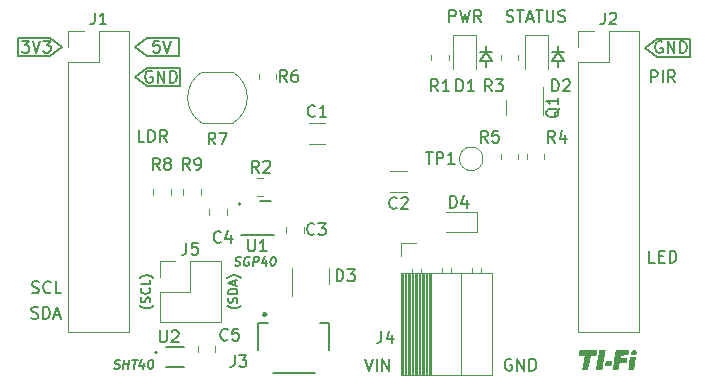
<source format=gbr>
%TF.GenerationSoftware,KiCad,Pcbnew,(6.0.7)*%
%TF.CreationDate,2022-11-02T22:50:05-04:00*%
%TF.ProjectId,tifi_daughterboard,74696669-5f64-4617-9567-68746572626f,1*%
%TF.SameCoordinates,Original*%
%TF.FileFunction,Legend,Top*%
%TF.FilePolarity,Positive*%
%FSLAX46Y46*%
G04 Gerber Fmt 4.6, Leading zero omitted, Abs format (unit mm)*
G04 Created by KiCad (PCBNEW (6.0.7)) date 2022-11-02 22:50:05*
%MOMM*%
%LPD*%
G01*
G04 APERTURE LIST*
%ADD10C,0.150000*%
%ADD11C,0.127000*%
%ADD12C,0.152400*%
%ADD13C,0.120000*%
%ADD14C,0.170000*%
%ADD15C,0.300000*%
%ADD16C,0.200000*%
G04 APERTURE END LIST*
D10*
X162077400Y-74142600D02*
X161569400Y-74853800D01*
X155981400Y-74853800D02*
X155981400Y-75361800D01*
X155981400Y-74142600D02*
X155473400Y-74142600D01*
X155473400Y-74853800D02*
X156489400Y-74853800D01*
D11*
X120091200Y-73660000D02*
X119075200Y-74422000D01*
X116332000Y-74422000D01*
X116332000Y-72898000D01*
X119075200Y-72898000D01*
X120091200Y-73660000D01*
D10*
X155981400Y-74142600D02*
X156514800Y-74142600D01*
X162077400Y-74853800D02*
X162077400Y-75361800D01*
X155981400Y-74142600D02*
X155473400Y-74853800D01*
D11*
X173228000Y-74498200D02*
X170484800Y-74498200D01*
X169468800Y-73736200D01*
X170484800Y-72974200D01*
X173228000Y-72974200D01*
X173228000Y-74498200D01*
X130048000Y-76962000D02*
X127304800Y-76962000D01*
X126288800Y-76200000D01*
X127304800Y-75438000D01*
X130048000Y-75438000D01*
X130048000Y-76962000D01*
D10*
X162077400Y-74142600D02*
X162610800Y-74142600D01*
X162077400Y-74142600D02*
X161569400Y-74142600D01*
X156489400Y-74853800D02*
X155981400Y-74142600D01*
D11*
X129997200Y-74422000D02*
X127304800Y-74422000D01*
X126288800Y-73660000D01*
X127304800Y-72898000D01*
X129997200Y-72898000D01*
X129997200Y-74422000D01*
D10*
X162077400Y-74142600D02*
X162077400Y-73634600D01*
X161569400Y-74853800D02*
X162585400Y-74853800D01*
X155981400Y-74142600D02*
X155981400Y-73634600D01*
X162585400Y-74853800D02*
X162077400Y-74142600D01*
X158140495Y-100134800D02*
X158045257Y-100087180D01*
X157902400Y-100087180D01*
X157759542Y-100134800D01*
X157664304Y-100230038D01*
X157616685Y-100325276D01*
X157569066Y-100515752D01*
X157569066Y-100658609D01*
X157616685Y-100849085D01*
X157664304Y-100944323D01*
X157759542Y-101039561D01*
X157902400Y-101087180D01*
X157997638Y-101087180D01*
X158140495Y-101039561D01*
X158188114Y-100991942D01*
X158188114Y-100658609D01*
X157997638Y-100658609D01*
X158616685Y-101087180D02*
X158616685Y-100087180D01*
X159188114Y-101087180D01*
X159188114Y-100087180D01*
X159664304Y-101087180D02*
X159664304Y-100087180D01*
X159902400Y-100087180D01*
X160045257Y-100134800D01*
X160140495Y-100230038D01*
X160188114Y-100325276D01*
X160235733Y-100515752D01*
X160235733Y-100658609D01*
X160188114Y-100849085D01*
X160140495Y-100944323D01*
X160045257Y-101039561D01*
X159902400Y-101087180D01*
X159664304Y-101087180D01*
X127711295Y-75750800D02*
X127616057Y-75703180D01*
X127473200Y-75703180D01*
X127330342Y-75750800D01*
X127235104Y-75846038D01*
X127187485Y-75941276D01*
X127139866Y-76131752D01*
X127139866Y-76274609D01*
X127187485Y-76465085D01*
X127235104Y-76560323D01*
X127330342Y-76655561D01*
X127473200Y-76703180D01*
X127568438Y-76703180D01*
X127711295Y-76655561D01*
X127758914Y-76607942D01*
X127758914Y-76274609D01*
X127568438Y-76274609D01*
X128187485Y-76703180D02*
X128187485Y-75703180D01*
X128758914Y-76703180D01*
X128758914Y-75703180D01*
X129235104Y-76703180D02*
X129235104Y-75703180D01*
X129473200Y-75703180D01*
X129616057Y-75750800D01*
X129711295Y-75846038D01*
X129758914Y-75941276D01*
X129806533Y-76131752D01*
X129806533Y-76274609D01*
X129758914Y-76465085D01*
X129711295Y-76560323D01*
X129616057Y-76655561D01*
X129473200Y-76703180D01*
X129235104Y-76703180D01*
X169942000Y-76677780D02*
X169942000Y-75677780D01*
X170322952Y-75677780D01*
X170418190Y-75725400D01*
X170465809Y-75773019D01*
X170513428Y-75868257D01*
X170513428Y-76011114D01*
X170465809Y-76106352D01*
X170418190Y-76153971D01*
X170322952Y-76201590D01*
X169942000Y-76201590D01*
X170942000Y-76677780D02*
X170942000Y-75677780D01*
X171989619Y-76677780D02*
X171656285Y-76201590D01*
X171418190Y-76677780D02*
X171418190Y-75677780D01*
X171799142Y-75677780D01*
X171894380Y-75725400D01*
X171942000Y-75773019D01*
X171989619Y-75868257D01*
X171989619Y-76011114D01*
X171942000Y-76106352D01*
X171894380Y-76153971D01*
X171799142Y-76201590D01*
X171418190Y-76201590D01*
X170891295Y-73236200D02*
X170796057Y-73188580D01*
X170653200Y-73188580D01*
X170510342Y-73236200D01*
X170415104Y-73331438D01*
X170367485Y-73426676D01*
X170319866Y-73617152D01*
X170319866Y-73760009D01*
X170367485Y-73950485D01*
X170415104Y-74045723D01*
X170510342Y-74140961D01*
X170653200Y-74188580D01*
X170748438Y-74188580D01*
X170891295Y-74140961D01*
X170938914Y-74093342D01*
X170938914Y-73760009D01*
X170748438Y-73760009D01*
X171367485Y-74188580D02*
X171367485Y-73188580D01*
X171938914Y-74188580D01*
X171938914Y-73188580D01*
X172415104Y-74188580D02*
X172415104Y-73188580D01*
X172653200Y-73188580D01*
X172796057Y-73236200D01*
X172891295Y-73331438D01*
X172938914Y-73426676D01*
X172986533Y-73617152D01*
X172986533Y-73760009D01*
X172938914Y-73950485D01*
X172891295Y-74045723D01*
X172796057Y-74140961D01*
X172653200Y-74188580D01*
X172415104Y-74188580D01*
X152870066Y-71572380D02*
X152870066Y-70572380D01*
X153251019Y-70572380D01*
X153346257Y-70620000D01*
X153393876Y-70667619D01*
X153441495Y-70762857D01*
X153441495Y-70905714D01*
X153393876Y-71000952D01*
X153346257Y-71048571D01*
X153251019Y-71096190D01*
X152870066Y-71096190D01*
X153774828Y-70572380D02*
X154012923Y-71572380D01*
X154203400Y-70858095D01*
X154393876Y-71572380D01*
X154631971Y-70572380D01*
X155584352Y-71572380D02*
X155251019Y-71096190D01*
X155012923Y-71572380D02*
X155012923Y-70572380D01*
X155393876Y-70572380D01*
X155489114Y-70620000D01*
X155536733Y-70667619D01*
X155584352Y-70762857D01*
X155584352Y-70905714D01*
X155536733Y-71000952D01*
X155489114Y-71048571D01*
X155393876Y-71096190D01*
X155012923Y-71096190D01*
D12*
X124512138Y-100892428D02*
X124616459Y-100928714D01*
X124797888Y-100928714D01*
X124874995Y-100892428D01*
X124915816Y-100856142D01*
X124961173Y-100783571D01*
X124970245Y-100711000D01*
X124943030Y-100638428D01*
X124911280Y-100602142D01*
X124843245Y-100565857D01*
X124702638Y-100529571D01*
X124634602Y-100493285D01*
X124602852Y-100457000D01*
X124575638Y-100384428D01*
X124584709Y-100311857D01*
X124630066Y-100239285D01*
X124670888Y-100203000D01*
X124747995Y-100166714D01*
X124929423Y-100166714D01*
X125033745Y-100203000D01*
X125269602Y-100928714D02*
X125364852Y-100166714D01*
X125319495Y-100529571D02*
X125754923Y-100529571D01*
X125705030Y-100928714D02*
X125800280Y-100166714D01*
X126054280Y-100166714D02*
X126489709Y-100166714D01*
X126176745Y-100928714D02*
X126271995Y-100166714D01*
X127038530Y-100420714D02*
X126975030Y-100928714D01*
X126893388Y-100130428D02*
X126643923Y-100674714D01*
X127115638Y-100674714D01*
X127614566Y-100166714D02*
X127687138Y-100166714D01*
X127755173Y-100203000D01*
X127786923Y-100239285D01*
X127814138Y-100311857D01*
X127832280Y-100457000D01*
X127809602Y-100638428D01*
X127755173Y-100783571D01*
X127709816Y-100856142D01*
X127668995Y-100892428D01*
X127591888Y-100928714D01*
X127519316Y-100928714D01*
X127451280Y-100892428D01*
X127419530Y-100856142D01*
X127392316Y-100783571D01*
X127374173Y-100638428D01*
X127396852Y-100457000D01*
X127451280Y-100311857D01*
X127496638Y-100239285D01*
X127537459Y-100203000D01*
X127614566Y-100166714D01*
X134726566Y-92180228D02*
X134830888Y-92216514D01*
X135012316Y-92216514D01*
X135089423Y-92180228D01*
X135130245Y-92143942D01*
X135175602Y-92071371D01*
X135184673Y-91998800D01*
X135157459Y-91926228D01*
X135125709Y-91889942D01*
X135057673Y-91853657D01*
X134917066Y-91817371D01*
X134849030Y-91781085D01*
X134817280Y-91744800D01*
X134790066Y-91672228D01*
X134799138Y-91599657D01*
X134844495Y-91527085D01*
X134885316Y-91490800D01*
X134962423Y-91454514D01*
X135143852Y-91454514D01*
X135248173Y-91490800D01*
X135973888Y-91490800D02*
X135905852Y-91454514D01*
X135796995Y-91454514D01*
X135683602Y-91490800D01*
X135601959Y-91563371D01*
X135556602Y-91635942D01*
X135502173Y-91781085D01*
X135488566Y-91889942D01*
X135506709Y-92035085D01*
X135533923Y-92107657D01*
X135597423Y-92180228D01*
X135701745Y-92216514D01*
X135774316Y-92216514D01*
X135887709Y-92180228D01*
X135928530Y-92143942D01*
X135960280Y-91889942D01*
X135815138Y-91889942D01*
X136246030Y-92216514D02*
X136341280Y-91454514D01*
X136631566Y-91454514D01*
X136699602Y-91490800D01*
X136731352Y-91527085D01*
X136758566Y-91599657D01*
X136744959Y-91708514D01*
X136699602Y-91781085D01*
X136658780Y-91817371D01*
X136581673Y-91853657D01*
X136291388Y-91853657D01*
X137398102Y-91708514D02*
X137334602Y-92216514D01*
X137252959Y-91418228D02*
X137003495Y-91962514D01*
X137475209Y-91962514D01*
X137974138Y-91454514D02*
X138046709Y-91454514D01*
X138114745Y-91490800D01*
X138146495Y-91527085D01*
X138173709Y-91599657D01*
X138191852Y-91744800D01*
X138169173Y-91926228D01*
X138114745Y-92071371D01*
X138069388Y-92143942D01*
X138028566Y-92180228D01*
X137951459Y-92216514D01*
X137878888Y-92216514D01*
X137810852Y-92180228D01*
X137779102Y-92143942D01*
X137751888Y-92071371D01*
X137733745Y-91926228D01*
X137756423Y-91744800D01*
X137810852Y-91599657D01*
X137856209Y-91527085D01*
X137897030Y-91490800D01*
X137974138Y-91454514D01*
D10*
X117505314Y-96645361D02*
X117648171Y-96692980D01*
X117886266Y-96692980D01*
X117981504Y-96645361D01*
X118029123Y-96597742D01*
X118076742Y-96502504D01*
X118076742Y-96407266D01*
X118029123Y-96312028D01*
X117981504Y-96264409D01*
X117886266Y-96216790D01*
X117695790Y-96169171D01*
X117600552Y-96121552D01*
X117552933Y-96073933D01*
X117505314Y-95978695D01*
X117505314Y-95883457D01*
X117552933Y-95788219D01*
X117600552Y-95740600D01*
X117695790Y-95692980D01*
X117933885Y-95692980D01*
X118076742Y-95740600D01*
X118505314Y-96692980D02*
X118505314Y-95692980D01*
X118743409Y-95692980D01*
X118886266Y-95740600D01*
X118981504Y-95835838D01*
X119029123Y-95931076D01*
X119076742Y-96121552D01*
X119076742Y-96264409D01*
X119029123Y-96454885D01*
X118981504Y-96550123D01*
X118886266Y-96645361D01*
X118743409Y-96692980D01*
X118505314Y-96692980D01*
X119457695Y-96407266D02*
X119933885Y-96407266D01*
X119362457Y-96692980D02*
X119695790Y-95692980D01*
X120029123Y-96692980D01*
D11*
X127838200Y-95572942D02*
X127801914Y-95609228D01*
X127693057Y-95681800D01*
X127620485Y-95718085D01*
X127511628Y-95754371D01*
X127330200Y-95790657D01*
X127185057Y-95790657D01*
X127003628Y-95754371D01*
X126894771Y-95718085D01*
X126822200Y-95681800D01*
X126713342Y-95609228D01*
X126677057Y-95572942D01*
X127511628Y-95318942D02*
X127547914Y-95210085D01*
X127547914Y-95028657D01*
X127511628Y-94956085D01*
X127475342Y-94919800D01*
X127402771Y-94883514D01*
X127330200Y-94883514D01*
X127257628Y-94919800D01*
X127221342Y-94956085D01*
X127185057Y-95028657D01*
X127148771Y-95173800D01*
X127112485Y-95246371D01*
X127076200Y-95282657D01*
X127003628Y-95318942D01*
X126931057Y-95318942D01*
X126858485Y-95282657D01*
X126822200Y-95246371D01*
X126785914Y-95173800D01*
X126785914Y-94992371D01*
X126822200Y-94883514D01*
X127475342Y-94121514D02*
X127511628Y-94157800D01*
X127547914Y-94266657D01*
X127547914Y-94339228D01*
X127511628Y-94448085D01*
X127439057Y-94520657D01*
X127366485Y-94556942D01*
X127221342Y-94593228D01*
X127112485Y-94593228D01*
X126967342Y-94556942D01*
X126894771Y-94520657D01*
X126822200Y-94448085D01*
X126785914Y-94339228D01*
X126785914Y-94266657D01*
X126822200Y-94157800D01*
X126858485Y-94121514D01*
X127547914Y-93432085D02*
X127547914Y-93794942D01*
X126785914Y-93794942D01*
X127838200Y-93250657D02*
X127801914Y-93214371D01*
X127693057Y-93141800D01*
X127620485Y-93105514D01*
X127511628Y-93069228D01*
X127330200Y-93032942D01*
X127185057Y-93032942D01*
X127003628Y-93069228D01*
X126894771Y-93105514D01*
X126822200Y-93141800D01*
X126713342Y-93214371D01*
X126677057Y-93250657D01*
D10*
X116694104Y-73163180D02*
X117313152Y-73163180D01*
X116979819Y-73544133D01*
X117122676Y-73544133D01*
X117217914Y-73591752D01*
X117265533Y-73639371D01*
X117313152Y-73734609D01*
X117313152Y-73972704D01*
X117265533Y-74067942D01*
X117217914Y-74115561D01*
X117122676Y-74163180D01*
X116836961Y-74163180D01*
X116741723Y-74115561D01*
X116694104Y-74067942D01*
X117598866Y-73163180D02*
X117932200Y-74163180D01*
X118265533Y-73163180D01*
X118503628Y-73163180D02*
X119122676Y-73163180D01*
X118789342Y-73544133D01*
X118932200Y-73544133D01*
X119027438Y-73591752D01*
X119075057Y-73639371D01*
X119122676Y-73734609D01*
X119122676Y-73972704D01*
X119075057Y-74067942D01*
X119027438Y-74115561D01*
X118932200Y-74163180D01*
X118646485Y-74163180D01*
X118551247Y-74115561D01*
X118503628Y-74067942D01*
X170299142Y-91943180D02*
X169822952Y-91943180D01*
X169822952Y-90943180D01*
X170632476Y-91419371D02*
X170965809Y-91419371D01*
X171108666Y-91943180D02*
X170632476Y-91943180D01*
X170632476Y-90943180D01*
X171108666Y-90943180D01*
X171537238Y-91943180D02*
X171537238Y-90943180D01*
X171775333Y-90943180D01*
X171918190Y-90990800D01*
X172013428Y-91086038D01*
X172061047Y-91181276D01*
X172108666Y-91371752D01*
X172108666Y-91514609D01*
X172061047Y-91705085D01*
X172013428Y-91800323D01*
X171918190Y-91895561D01*
X171775333Y-91943180D01*
X171537238Y-91943180D01*
X127071523Y-81732380D02*
X126595333Y-81732380D01*
X126595333Y-80732380D01*
X127404857Y-81732380D02*
X127404857Y-80732380D01*
X127642952Y-80732380D01*
X127785809Y-80780000D01*
X127881047Y-80875238D01*
X127928666Y-80970476D01*
X127976285Y-81160952D01*
X127976285Y-81303809D01*
X127928666Y-81494285D01*
X127881047Y-81589523D01*
X127785809Y-81684761D01*
X127642952Y-81732380D01*
X127404857Y-81732380D01*
X128976285Y-81732380D02*
X128642952Y-81256190D01*
X128404857Y-81732380D02*
X128404857Y-80732380D01*
X128785809Y-80732380D01*
X128881047Y-80780000D01*
X128928666Y-80827619D01*
X128976285Y-80922857D01*
X128976285Y-81065714D01*
X128928666Y-81160952D01*
X128881047Y-81208571D01*
X128785809Y-81256190D01*
X128404857Y-81256190D01*
X157747009Y-71524761D02*
X157889866Y-71572380D01*
X158127961Y-71572380D01*
X158223200Y-71524761D01*
X158270819Y-71477142D01*
X158318438Y-71381904D01*
X158318438Y-71286666D01*
X158270819Y-71191428D01*
X158223200Y-71143809D01*
X158127961Y-71096190D01*
X157937485Y-71048571D01*
X157842247Y-71000952D01*
X157794628Y-70953333D01*
X157747009Y-70858095D01*
X157747009Y-70762857D01*
X157794628Y-70667619D01*
X157842247Y-70620000D01*
X157937485Y-70572380D01*
X158175580Y-70572380D01*
X158318438Y-70620000D01*
X158604152Y-70572380D02*
X159175580Y-70572380D01*
X158889866Y-71572380D02*
X158889866Y-70572380D01*
X159461295Y-71286666D02*
X159937485Y-71286666D01*
X159366057Y-71572380D02*
X159699390Y-70572380D01*
X160032723Y-71572380D01*
X160223200Y-70572380D02*
X160794628Y-70572380D01*
X160508914Y-71572380D02*
X160508914Y-70572380D01*
X161127961Y-70572380D02*
X161127961Y-71381904D01*
X161175580Y-71477142D01*
X161223200Y-71524761D01*
X161318438Y-71572380D01*
X161508914Y-71572380D01*
X161604152Y-71524761D01*
X161651771Y-71477142D01*
X161699390Y-71381904D01*
X161699390Y-70572380D01*
X162127961Y-71524761D02*
X162270819Y-71572380D01*
X162508914Y-71572380D01*
X162604152Y-71524761D01*
X162651771Y-71477142D01*
X162699390Y-71381904D01*
X162699390Y-71286666D01*
X162651771Y-71191428D01*
X162604152Y-71143809D01*
X162508914Y-71096190D01*
X162318438Y-71048571D01*
X162223200Y-71000952D01*
X162175580Y-70953333D01*
X162127961Y-70858095D01*
X162127961Y-70762857D01*
X162175580Y-70667619D01*
X162223200Y-70620000D01*
X162318438Y-70572380D01*
X162556533Y-70572380D01*
X162699390Y-70620000D01*
X117554523Y-94486361D02*
X117697380Y-94533980D01*
X117935476Y-94533980D01*
X118030714Y-94486361D01*
X118078333Y-94438742D01*
X118125952Y-94343504D01*
X118125952Y-94248266D01*
X118078333Y-94153028D01*
X118030714Y-94105409D01*
X117935476Y-94057790D01*
X117745000Y-94010171D01*
X117649761Y-93962552D01*
X117602142Y-93914933D01*
X117554523Y-93819695D01*
X117554523Y-93724457D01*
X117602142Y-93629219D01*
X117649761Y-93581600D01*
X117745000Y-93533980D01*
X117983095Y-93533980D01*
X118125952Y-93581600D01*
X119125952Y-94438742D02*
X119078333Y-94486361D01*
X118935476Y-94533980D01*
X118840238Y-94533980D01*
X118697380Y-94486361D01*
X118602142Y-94391123D01*
X118554523Y-94295885D01*
X118506904Y-94105409D01*
X118506904Y-93962552D01*
X118554523Y-93772076D01*
X118602142Y-93676838D01*
X118697380Y-93581600D01*
X118840238Y-93533980D01*
X118935476Y-93533980D01*
X119078333Y-93581600D01*
X119125952Y-93629219D01*
X120030714Y-94533980D02*
X119554523Y-94533980D01*
X119554523Y-93533980D01*
D11*
X135229600Y-95591085D02*
X135193314Y-95627371D01*
X135084457Y-95699942D01*
X135011885Y-95736228D01*
X134903028Y-95772514D01*
X134721600Y-95808800D01*
X134576457Y-95808800D01*
X134395028Y-95772514D01*
X134286171Y-95736228D01*
X134213600Y-95699942D01*
X134104742Y-95627371D01*
X134068457Y-95591085D01*
X134903028Y-95337085D02*
X134939314Y-95228228D01*
X134939314Y-95046800D01*
X134903028Y-94974228D01*
X134866742Y-94937942D01*
X134794171Y-94901657D01*
X134721600Y-94901657D01*
X134649028Y-94937942D01*
X134612742Y-94974228D01*
X134576457Y-95046800D01*
X134540171Y-95191942D01*
X134503885Y-95264514D01*
X134467600Y-95300800D01*
X134395028Y-95337085D01*
X134322457Y-95337085D01*
X134249885Y-95300800D01*
X134213600Y-95264514D01*
X134177314Y-95191942D01*
X134177314Y-95010514D01*
X134213600Y-94901657D01*
X134939314Y-94575085D02*
X134177314Y-94575085D01*
X134177314Y-94393657D01*
X134213600Y-94284800D01*
X134286171Y-94212228D01*
X134358742Y-94175942D01*
X134503885Y-94139657D01*
X134612742Y-94139657D01*
X134757885Y-94175942D01*
X134830457Y-94212228D01*
X134903028Y-94284800D01*
X134939314Y-94393657D01*
X134939314Y-94575085D01*
X134721600Y-93849371D02*
X134721600Y-93486514D01*
X134939314Y-93921942D02*
X134177314Y-93667942D01*
X134939314Y-93413942D01*
X135229600Y-93232514D02*
X135193314Y-93196228D01*
X135084457Y-93123657D01*
X135011885Y-93087371D01*
X134903028Y-93051085D01*
X134721600Y-93014800D01*
X134576457Y-93014800D01*
X134395028Y-93051085D01*
X134286171Y-93087371D01*
X134213600Y-93123657D01*
X134104742Y-93196228D01*
X134068457Y-93232514D01*
D10*
X128333523Y-73163180D02*
X127857333Y-73163180D01*
X127809714Y-73639371D01*
X127857333Y-73591752D01*
X127952571Y-73544133D01*
X128190666Y-73544133D01*
X128285904Y-73591752D01*
X128333523Y-73639371D01*
X128381142Y-73734609D01*
X128381142Y-73972704D01*
X128333523Y-74067942D01*
X128285904Y-74115561D01*
X128190666Y-74163180D01*
X127952571Y-74163180D01*
X127857333Y-74115561D01*
X127809714Y-74067942D01*
X128666857Y-73163180D02*
X129000190Y-74163180D01*
X129333523Y-73163180D01*
X145742161Y-100087180D02*
X146075495Y-101087180D01*
X146408828Y-100087180D01*
X146742161Y-101087180D02*
X146742161Y-100087180D01*
X147218352Y-101087180D02*
X147218352Y-100087180D01*
X147789780Y-101087180D01*
X147789780Y-100087180D01*
%TO.C,J1*%
X122856666Y-70782380D02*
X122856666Y-71496666D01*
X122809047Y-71639523D01*
X122713809Y-71734761D01*
X122570952Y-71782380D01*
X122475714Y-71782380D01*
X123856666Y-71782380D02*
X123285238Y-71782380D01*
X123570952Y-71782380D02*
X123570952Y-70782380D01*
X123475714Y-70925238D01*
X123380476Y-71020476D01*
X123285238Y-71068095D01*
%TO.C,D1*%
X153490704Y-77439780D02*
X153490704Y-76439780D01*
X153728800Y-76439780D01*
X153871657Y-76487400D01*
X153966895Y-76582638D01*
X154014514Y-76677876D01*
X154062133Y-76868352D01*
X154062133Y-77011209D01*
X154014514Y-77201685D01*
X153966895Y-77296923D01*
X153871657Y-77392161D01*
X153728800Y-77439780D01*
X153490704Y-77439780D01*
X155014514Y-77439780D02*
X154443085Y-77439780D01*
X154728800Y-77439780D02*
X154728800Y-76439780D01*
X154633561Y-76582638D01*
X154538323Y-76677876D01*
X154443085Y-76725495D01*
%TO.C,R2*%
X136764733Y-84323180D02*
X136431400Y-83846990D01*
X136193304Y-84323180D02*
X136193304Y-83323180D01*
X136574257Y-83323180D01*
X136669495Y-83370800D01*
X136717114Y-83418419D01*
X136764733Y-83513657D01*
X136764733Y-83656514D01*
X136717114Y-83751752D01*
X136669495Y-83799371D01*
X136574257Y-83846990D01*
X136193304Y-83846990D01*
X137145685Y-83418419D02*
X137193304Y-83370800D01*
X137288542Y-83323180D01*
X137526638Y-83323180D01*
X137621876Y-83370800D01*
X137669495Y-83418419D01*
X137717114Y-83513657D01*
X137717114Y-83608895D01*
X137669495Y-83751752D01*
X137098066Y-84323180D01*
X137717114Y-84323180D01*
%TO.C,C4*%
X133538933Y-90171542D02*
X133491314Y-90219161D01*
X133348457Y-90266780D01*
X133253219Y-90266780D01*
X133110361Y-90219161D01*
X133015123Y-90123923D01*
X132967504Y-90028685D01*
X132919885Y-89838209D01*
X132919885Y-89695352D01*
X132967504Y-89504876D01*
X133015123Y-89409638D01*
X133110361Y-89314400D01*
X133253219Y-89266780D01*
X133348457Y-89266780D01*
X133491314Y-89314400D01*
X133538933Y-89362019D01*
X134396076Y-89600114D02*
X134396076Y-90266780D01*
X134157980Y-89219161D02*
X133919885Y-89933447D01*
X134538933Y-89933447D01*
%TO.C,R7*%
X133081733Y-81935580D02*
X132748400Y-81459390D01*
X132510304Y-81935580D02*
X132510304Y-80935580D01*
X132891257Y-80935580D01*
X132986495Y-80983200D01*
X133034114Y-81030819D01*
X133081733Y-81126057D01*
X133081733Y-81268914D01*
X133034114Y-81364152D01*
X132986495Y-81411771D01*
X132891257Y-81459390D01*
X132510304Y-81459390D01*
X133415066Y-80935580D02*
X134081733Y-80935580D01*
X133653161Y-81935580D01*
%TO.C,C2*%
X148423333Y-87297142D02*
X148375714Y-87344761D01*
X148232857Y-87392380D01*
X148137619Y-87392380D01*
X147994761Y-87344761D01*
X147899523Y-87249523D01*
X147851904Y-87154285D01*
X147804285Y-86963809D01*
X147804285Y-86820952D01*
X147851904Y-86630476D01*
X147899523Y-86535238D01*
X147994761Y-86440000D01*
X148137619Y-86392380D01*
X148232857Y-86392380D01*
X148375714Y-86440000D01*
X148423333Y-86487619D01*
X148804285Y-86487619D02*
X148851904Y-86440000D01*
X148947142Y-86392380D01*
X149185238Y-86392380D01*
X149280476Y-86440000D01*
X149328095Y-86487619D01*
X149375714Y-86582857D01*
X149375714Y-86678095D01*
X149328095Y-86820952D01*
X148756666Y-87392380D01*
X149375714Y-87392380D01*
%TO.C,D2*%
X161567904Y-77439780D02*
X161567904Y-76439780D01*
X161806000Y-76439780D01*
X161948857Y-76487400D01*
X162044095Y-76582638D01*
X162091714Y-76677876D01*
X162139333Y-76868352D01*
X162139333Y-77011209D01*
X162091714Y-77201685D01*
X162044095Y-77296923D01*
X161948857Y-77392161D01*
X161806000Y-77439780D01*
X161567904Y-77439780D01*
X162520285Y-76535019D02*
X162567904Y-76487400D01*
X162663142Y-76439780D01*
X162901238Y-76439780D01*
X162996476Y-76487400D01*
X163044095Y-76535019D01*
X163091714Y-76630257D01*
X163091714Y-76725495D01*
X163044095Y-76868352D01*
X162472666Y-77439780D01*
X163091714Y-77439780D01*
%TO.C,J5*%
X130629066Y-90264180D02*
X130629066Y-90978466D01*
X130581447Y-91121323D01*
X130486209Y-91216561D01*
X130343352Y-91264180D01*
X130248114Y-91264180D01*
X131581447Y-90264180D02*
X131105257Y-90264180D01*
X131057638Y-90740371D01*
X131105257Y-90692752D01*
X131200495Y-90645133D01*
X131438590Y-90645133D01*
X131533828Y-90692752D01*
X131581447Y-90740371D01*
X131629066Y-90835609D01*
X131629066Y-91073704D01*
X131581447Y-91168942D01*
X131533828Y-91216561D01*
X131438590Y-91264180D01*
X131200495Y-91264180D01*
X131105257Y-91216561D01*
X131057638Y-91168942D01*
%TO.C,Q1*%
X162205619Y-78886038D02*
X162158000Y-78981276D01*
X162062761Y-79076514D01*
X161919904Y-79219371D01*
X161872285Y-79314609D01*
X161872285Y-79409847D01*
X162110380Y-79362228D02*
X162062761Y-79457466D01*
X161967523Y-79552704D01*
X161777047Y-79600323D01*
X161443714Y-79600323D01*
X161253238Y-79552704D01*
X161158000Y-79457466D01*
X161110380Y-79362228D01*
X161110380Y-79171752D01*
X161158000Y-79076514D01*
X161253238Y-78981276D01*
X161443714Y-78933657D01*
X161777047Y-78933657D01*
X161967523Y-78981276D01*
X162062761Y-79076514D01*
X162110380Y-79171752D01*
X162110380Y-79362228D01*
X162110380Y-77981276D02*
X162110380Y-78552704D01*
X162110380Y-78266990D02*
X161110380Y-78266990D01*
X161253238Y-78362228D01*
X161348476Y-78457466D01*
X161396095Y-78552704D01*
%TO.C,C5*%
X134123133Y-98451942D02*
X134075514Y-98499561D01*
X133932657Y-98547180D01*
X133837419Y-98547180D01*
X133694561Y-98499561D01*
X133599323Y-98404323D01*
X133551704Y-98309085D01*
X133504085Y-98118609D01*
X133504085Y-97975752D01*
X133551704Y-97785276D01*
X133599323Y-97690038D01*
X133694561Y-97594800D01*
X133837419Y-97547180D01*
X133932657Y-97547180D01*
X134075514Y-97594800D01*
X134123133Y-97642419D01*
X135027895Y-97547180D02*
X134551704Y-97547180D01*
X134504085Y-98023371D01*
X134551704Y-97975752D01*
X134646942Y-97928133D01*
X134885038Y-97928133D01*
X134980276Y-97975752D01*
X135027895Y-98023371D01*
X135075514Y-98118609D01*
X135075514Y-98356704D01*
X135027895Y-98451942D01*
X134980276Y-98499561D01*
X134885038Y-98547180D01*
X134646942Y-98547180D01*
X134551704Y-98499561D01*
X134504085Y-98451942D01*
%TO.C,J2*%
X166036666Y-70782380D02*
X166036666Y-71496666D01*
X165989047Y-71639523D01*
X165893809Y-71734761D01*
X165750952Y-71782380D01*
X165655714Y-71782380D01*
X166465238Y-70877619D02*
X166512857Y-70830000D01*
X166608095Y-70782380D01*
X166846190Y-70782380D01*
X166941428Y-70830000D01*
X166989047Y-70877619D01*
X167036666Y-70972857D01*
X167036666Y-71068095D01*
X166989047Y-71210952D01*
X166417619Y-71782380D01*
X167036666Y-71782380D01*
%TO.C,R5*%
X156119533Y-81783180D02*
X155786200Y-81306990D01*
X155548104Y-81783180D02*
X155548104Y-80783180D01*
X155929057Y-80783180D01*
X156024295Y-80830800D01*
X156071914Y-80878419D01*
X156119533Y-80973657D01*
X156119533Y-81116514D01*
X156071914Y-81211752D01*
X156024295Y-81259371D01*
X155929057Y-81306990D01*
X155548104Y-81306990D01*
X157024295Y-80783180D02*
X156548104Y-80783180D01*
X156500485Y-81259371D01*
X156548104Y-81211752D01*
X156643342Y-81164133D01*
X156881438Y-81164133D01*
X156976676Y-81211752D01*
X157024295Y-81259371D01*
X157071914Y-81354609D01*
X157071914Y-81592704D01*
X157024295Y-81687942D01*
X156976676Y-81735561D01*
X156881438Y-81783180D01*
X156643342Y-81783180D01*
X156548104Y-81735561D01*
X156500485Y-81687942D01*
%TO.C,R4*%
X161834533Y-81783180D02*
X161501200Y-81306990D01*
X161263104Y-81783180D02*
X161263104Y-80783180D01*
X161644057Y-80783180D01*
X161739295Y-80830800D01*
X161786914Y-80878419D01*
X161834533Y-80973657D01*
X161834533Y-81116514D01*
X161786914Y-81211752D01*
X161739295Y-81259371D01*
X161644057Y-81306990D01*
X161263104Y-81306990D01*
X162691676Y-81116514D02*
X162691676Y-81783180D01*
X162453580Y-80735561D02*
X162215485Y-81449847D01*
X162834533Y-81449847D01*
%TO.C,J4*%
X147139066Y-97750380D02*
X147139066Y-98464666D01*
X147091447Y-98607523D01*
X146996209Y-98702761D01*
X146853352Y-98750380D01*
X146758114Y-98750380D01*
X148043828Y-98083714D02*
X148043828Y-98750380D01*
X147805733Y-97702761D02*
X147567638Y-98417047D01*
X148186685Y-98417047D01*
%TO.C,D3*%
X143343554Y-93517980D02*
X143343554Y-92517980D01*
X143581650Y-92517980D01*
X143724507Y-92565600D01*
X143819745Y-92660838D01*
X143867364Y-92756076D01*
X143914983Y-92946552D01*
X143914983Y-93089409D01*
X143867364Y-93279885D01*
X143819745Y-93375123D01*
X143724507Y-93470361D01*
X143581650Y-93517980D01*
X143343554Y-93517980D01*
X144248316Y-92517980D02*
X144867364Y-92517980D01*
X144534030Y-92898933D01*
X144676888Y-92898933D01*
X144772126Y-92946552D01*
X144819745Y-92994171D01*
X144867364Y-93089409D01*
X144867364Y-93327504D01*
X144819745Y-93422742D01*
X144772126Y-93470361D01*
X144676888Y-93517980D01*
X144391173Y-93517980D01*
X144295935Y-93470361D01*
X144248316Y-93422742D01*
%TO.C,R3*%
X156475133Y-77439780D02*
X156141800Y-76963590D01*
X155903704Y-77439780D02*
X155903704Y-76439780D01*
X156284657Y-76439780D01*
X156379895Y-76487400D01*
X156427514Y-76535019D01*
X156475133Y-76630257D01*
X156475133Y-76773114D01*
X156427514Y-76868352D01*
X156379895Y-76915971D01*
X156284657Y-76963590D01*
X155903704Y-76963590D01*
X156808466Y-76439780D02*
X157427514Y-76439780D01*
X157094180Y-76820733D01*
X157237038Y-76820733D01*
X157332276Y-76868352D01*
X157379895Y-76915971D01*
X157427514Y-77011209D01*
X157427514Y-77249304D01*
X157379895Y-77344542D01*
X157332276Y-77392161D01*
X157237038Y-77439780D01*
X156951323Y-77439780D01*
X156856085Y-77392161D01*
X156808466Y-77344542D01*
%TO.C,R1*%
X151928533Y-77439780D02*
X151595200Y-76963590D01*
X151357104Y-77439780D02*
X151357104Y-76439780D01*
X151738057Y-76439780D01*
X151833295Y-76487400D01*
X151880914Y-76535019D01*
X151928533Y-76630257D01*
X151928533Y-76773114D01*
X151880914Y-76868352D01*
X151833295Y-76915971D01*
X151738057Y-76963590D01*
X151357104Y-76963590D01*
X152880914Y-77439780D02*
X152309485Y-77439780D01*
X152595200Y-77439780D02*
X152595200Y-76439780D01*
X152499961Y-76582638D01*
X152404723Y-76677876D01*
X152309485Y-76725495D01*
%TO.C,U1*%
X135864695Y-89977980D02*
X135864695Y-90787504D01*
X135912314Y-90882742D01*
X135959933Y-90930361D01*
X136055171Y-90977980D01*
X136245647Y-90977980D01*
X136340885Y-90930361D01*
X136388504Y-90882742D01*
X136436123Y-90787504D01*
X136436123Y-89977980D01*
X137436123Y-90977980D02*
X136864695Y-90977980D01*
X137150409Y-90977980D02*
X137150409Y-89977980D01*
X137055171Y-90120838D01*
X136959933Y-90216076D01*
X136864695Y-90263695D01*
%TO.C,R9*%
X130922733Y-84094580D02*
X130589400Y-83618390D01*
X130351304Y-84094580D02*
X130351304Y-83094580D01*
X130732257Y-83094580D01*
X130827495Y-83142200D01*
X130875114Y-83189819D01*
X130922733Y-83285057D01*
X130922733Y-83427914D01*
X130875114Y-83523152D01*
X130827495Y-83570771D01*
X130732257Y-83618390D01*
X130351304Y-83618390D01*
X131398923Y-84094580D02*
X131589400Y-84094580D01*
X131684638Y-84046961D01*
X131732257Y-83999342D01*
X131827495Y-83856485D01*
X131875114Y-83666009D01*
X131875114Y-83285057D01*
X131827495Y-83189819D01*
X131779876Y-83142200D01*
X131684638Y-83094580D01*
X131494161Y-83094580D01*
X131398923Y-83142200D01*
X131351304Y-83189819D01*
X131303685Y-83285057D01*
X131303685Y-83523152D01*
X131351304Y-83618390D01*
X131398923Y-83666009D01*
X131494161Y-83713628D01*
X131684638Y-83713628D01*
X131779876Y-83666009D01*
X131827495Y-83618390D01*
X131875114Y-83523152D01*
%TO.C,R8*%
X128357333Y-84094580D02*
X128024000Y-83618390D01*
X127785904Y-84094580D02*
X127785904Y-83094580D01*
X128166857Y-83094580D01*
X128262095Y-83142200D01*
X128309714Y-83189819D01*
X128357333Y-83285057D01*
X128357333Y-83427914D01*
X128309714Y-83523152D01*
X128262095Y-83570771D01*
X128166857Y-83618390D01*
X127785904Y-83618390D01*
X128928761Y-83523152D02*
X128833523Y-83475533D01*
X128785904Y-83427914D01*
X128738285Y-83332676D01*
X128738285Y-83285057D01*
X128785904Y-83189819D01*
X128833523Y-83142200D01*
X128928761Y-83094580D01*
X129119238Y-83094580D01*
X129214476Y-83142200D01*
X129262095Y-83189819D01*
X129309714Y-83285057D01*
X129309714Y-83332676D01*
X129262095Y-83427914D01*
X129214476Y-83475533D01*
X129119238Y-83523152D01*
X128928761Y-83523152D01*
X128833523Y-83570771D01*
X128785904Y-83618390D01*
X128738285Y-83713628D01*
X128738285Y-83904104D01*
X128785904Y-83999342D01*
X128833523Y-84046961D01*
X128928761Y-84094580D01*
X129119238Y-84094580D01*
X129214476Y-84046961D01*
X129262095Y-83999342D01*
X129309714Y-83904104D01*
X129309714Y-83713628D01*
X129262095Y-83618390D01*
X129214476Y-83570771D01*
X129119238Y-83523152D01*
%TO.C,D4*%
X152957304Y-87294980D02*
X152957304Y-86294980D01*
X153195400Y-86294980D01*
X153338257Y-86342600D01*
X153433495Y-86437838D01*
X153481114Y-86533076D01*
X153528733Y-86723552D01*
X153528733Y-86866409D01*
X153481114Y-87056885D01*
X153433495Y-87152123D01*
X153338257Y-87247361D01*
X153195400Y-87294980D01*
X152957304Y-87294980D01*
X154385876Y-86628314D02*
X154385876Y-87294980D01*
X154147780Y-86247361D02*
X153909685Y-86961647D01*
X154528733Y-86961647D01*
%TO.C,C1*%
X141514533Y-79507742D02*
X141466914Y-79555361D01*
X141324057Y-79602980D01*
X141228819Y-79602980D01*
X141085961Y-79555361D01*
X140990723Y-79460123D01*
X140943104Y-79364885D01*
X140895485Y-79174409D01*
X140895485Y-79031552D01*
X140943104Y-78841076D01*
X140990723Y-78745838D01*
X141085961Y-78650600D01*
X141228819Y-78602980D01*
X141324057Y-78602980D01*
X141466914Y-78650600D01*
X141514533Y-78698219D01*
X142466914Y-79602980D02*
X141895485Y-79602980D01*
X142181200Y-79602980D02*
X142181200Y-78602980D01*
X142085961Y-78745838D01*
X141990723Y-78841076D01*
X141895485Y-78888695D01*
%TO.C,R6*%
X139126933Y-76652380D02*
X138793600Y-76176190D01*
X138555504Y-76652380D02*
X138555504Y-75652380D01*
X138936457Y-75652380D01*
X139031695Y-75700000D01*
X139079314Y-75747619D01*
X139126933Y-75842857D01*
X139126933Y-75985714D01*
X139079314Y-76080952D01*
X139031695Y-76128571D01*
X138936457Y-76176190D01*
X138555504Y-76176190D01*
X139984076Y-75652380D02*
X139793600Y-75652380D01*
X139698361Y-75700000D01*
X139650742Y-75747619D01*
X139555504Y-75890476D01*
X139507885Y-76080952D01*
X139507885Y-76461904D01*
X139555504Y-76557142D01*
X139603123Y-76604761D01*
X139698361Y-76652380D01*
X139888838Y-76652380D01*
X139984076Y-76604761D01*
X140031695Y-76557142D01*
X140079314Y-76461904D01*
X140079314Y-76223809D01*
X140031695Y-76128571D01*
X139984076Y-76080952D01*
X139888838Y-76033333D01*
X139698361Y-76033333D01*
X139603123Y-76080952D01*
X139555504Y-76128571D01*
X139507885Y-76223809D01*
%TO.C,J3*%
X134707675Y-99775138D02*
X134707675Y-100490262D01*
X134660000Y-100633286D01*
X134564650Y-100728636D01*
X134421626Y-100776311D01*
X134326276Y-100776311D01*
X135089074Y-99775138D02*
X135708848Y-99775138D01*
X135375124Y-100156537D01*
X135518149Y-100156537D01*
X135613498Y-100204212D01*
X135661173Y-100251887D01*
X135708848Y-100347237D01*
X135708848Y-100585611D01*
X135661173Y-100680961D01*
X135613498Y-100728636D01*
X135518149Y-100776311D01*
X135232099Y-100776311D01*
X135136749Y-100728636D01*
X135089074Y-100680961D01*
%TO.C,TP1*%
X150909495Y-82586580D02*
X151480923Y-82586580D01*
X151195209Y-83586580D02*
X151195209Y-82586580D01*
X151814257Y-83586580D02*
X151814257Y-82586580D01*
X152195209Y-82586580D01*
X152290447Y-82634200D01*
X152338066Y-82681819D01*
X152385685Y-82777057D01*
X152385685Y-82919914D01*
X152338066Y-83015152D01*
X152290447Y-83062771D01*
X152195209Y-83110390D01*
X151814257Y-83110390D01*
X153338066Y-83586580D02*
X152766638Y-83586580D01*
X153052352Y-83586580D02*
X153052352Y-82586580D01*
X152957114Y-82729438D01*
X152861876Y-82824676D01*
X152766638Y-82872295D01*
%TO.C,C3*%
X141463733Y-89511142D02*
X141416114Y-89558761D01*
X141273257Y-89606380D01*
X141178019Y-89606380D01*
X141035161Y-89558761D01*
X140939923Y-89463523D01*
X140892304Y-89368285D01*
X140844685Y-89177809D01*
X140844685Y-89034952D01*
X140892304Y-88844476D01*
X140939923Y-88749238D01*
X141035161Y-88654000D01*
X141178019Y-88606380D01*
X141273257Y-88606380D01*
X141416114Y-88654000D01*
X141463733Y-88701619D01*
X141797066Y-88606380D02*
X142416114Y-88606380D01*
X142082780Y-88987333D01*
X142225638Y-88987333D01*
X142320876Y-89034952D01*
X142368495Y-89082571D01*
X142416114Y-89177809D01*
X142416114Y-89415904D01*
X142368495Y-89511142D01*
X142320876Y-89558761D01*
X142225638Y-89606380D01*
X141939923Y-89606380D01*
X141844685Y-89558761D01*
X141797066Y-89511142D01*
%TO.C,U2*%
X128359504Y-97684619D02*
X128359504Y-98507095D01*
X128407885Y-98603857D01*
X128456266Y-98652238D01*
X128553028Y-98700619D01*
X128746552Y-98700619D01*
X128843314Y-98652238D01*
X128891695Y-98603857D01*
X128940076Y-98507095D01*
X128940076Y-97684619D01*
X129375504Y-97781380D02*
X129423885Y-97733000D01*
X129520647Y-97684619D01*
X129762552Y-97684619D01*
X129859314Y-97733000D01*
X129907695Y-97781380D01*
X129956076Y-97878142D01*
X129956076Y-97974904D01*
X129907695Y-98120047D01*
X129327123Y-98700619D01*
X129956076Y-98700619D01*
D13*
%TO.C,J1*%
X120590000Y-97850000D02*
X125790000Y-97850000D01*
X120590000Y-74930000D02*
X123190000Y-74930000D01*
X123190000Y-72330000D02*
X125790000Y-72330000D01*
X120590000Y-72330000D02*
X121920000Y-72330000D01*
X120590000Y-74930000D02*
X120590000Y-97850000D01*
X125790000Y-72330000D02*
X125790000Y-97850000D01*
X123190000Y-74930000D02*
X123190000Y-72330000D01*
X120590000Y-73660000D02*
X120590000Y-72330000D01*
%TO.C,D1*%
X153218000Y-72714000D02*
X153218000Y-75574000D01*
X155138000Y-72714000D02*
X153218000Y-72714000D01*
X155138000Y-75574000D02*
X155138000Y-72714000D01*
%TO.C,R2*%
X137082264Y-84812200D02*
X136628136Y-84812200D01*
X137082264Y-86282200D02*
X136628136Y-86282200D01*
%TO.C,C4*%
X134034200Y-87368748D02*
X134034200Y-87891252D01*
X132564200Y-87368748D02*
X132564200Y-87891252D01*
%TO.C,R7*%
X134568400Y-75828000D02*
X131918400Y-75828000D01*
X134568400Y-80128000D02*
X131918400Y-80128000D01*
X131890373Y-75845856D02*
G75*
G03*
X131918400Y-80128000I1378027J-2132144D01*
G01*
X134593876Y-80112388D02*
G75*
G03*
X134568400Y-75828000I-1325476J2134388D01*
G01*
%TO.C,C2*%
X149301252Y-84180000D02*
X147878748Y-84180000D01*
X149301252Y-86000000D02*
X147878748Y-86000000D01*
%TO.C,D2*%
X159288600Y-72705400D02*
X159288600Y-75565400D01*
X161208600Y-72705400D02*
X159288600Y-72705400D01*
X161208600Y-75565400D02*
X161208600Y-72705400D01*
%TO.C,J5*%
X128362400Y-97011800D02*
X133562400Y-97011800D01*
X130962400Y-94411800D02*
X130962400Y-91811800D01*
X128362400Y-94411800D02*
X130962400Y-94411800D01*
X128362400Y-91811800D02*
X129692400Y-91811800D01*
X128362400Y-93141800D02*
X128362400Y-91811800D01*
X130962400Y-91811800D02*
X133562400Y-91811800D01*
X133562400Y-91811800D02*
X133562400Y-97011800D01*
X128362400Y-94411800D02*
X128362400Y-97011800D01*
%TO.C,Q1*%
X160818000Y-78790800D02*
X160818000Y-79440800D01*
X157698000Y-78790800D02*
X157698000Y-78140800D01*
X160818000Y-78790800D02*
X160818000Y-77115800D01*
X157698000Y-78790800D02*
X157698000Y-79440800D01*
%TO.C,C5*%
X133069000Y-99524452D02*
X133069000Y-99001948D01*
X131599000Y-99524452D02*
X131599000Y-99001948D01*
%TO.C,J2*%
X166370000Y-72330000D02*
X168970000Y-72330000D01*
X168970000Y-72330000D02*
X168970000Y-97850000D01*
X166370000Y-74930000D02*
X166370000Y-72330000D01*
X163770000Y-74930000D02*
X166370000Y-74930000D01*
X163770000Y-74930000D02*
X163770000Y-97850000D01*
X163770000Y-97850000D02*
X168970000Y-97850000D01*
X163770000Y-72330000D02*
X165100000Y-72330000D01*
X163770000Y-73660000D02*
X163770000Y-72330000D01*
%TO.C,R5*%
X157227600Y-82754736D02*
X157227600Y-83208864D01*
X158697600Y-82754736D02*
X158697600Y-83208864D01*
%TO.C,R4*%
X160907400Y-83208864D02*
X160907400Y-82754736D01*
X159437400Y-83208864D02*
X159437400Y-82754736D01*
%TO.C,J4*%
X151004310Y-101473400D02*
X151004310Y-92843400D01*
X148758600Y-101473400D02*
X156498600Y-101473400D01*
X148758600Y-92843400D02*
X156498600Y-92843400D01*
X150059550Y-101473400D02*
X150059550Y-92843400D01*
X149587170Y-101473400D02*
X149587170Y-92843400D01*
X153898600Y-101473400D02*
X153898600Y-92843400D01*
X151122405Y-101473400D02*
X151122405Y-92843400D01*
X150650025Y-101473400D02*
X150650025Y-92843400D01*
X149469075Y-101473400D02*
X149469075Y-92843400D01*
X156498600Y-101473400D02*
X156498600Y-92843400D01*
X152268600Y-92843400D02*
X152268600Y-92433400D01*
X151240500Y-101473400D02*
X151240500Y-92843400D01*
X155528600Y-92843400D02*
X155528600Y-92433400D01*
X150886215Y-101473400D02*
X150886215Y-92843400D01*
X148878600Y-101473400D02*
X148878600Y-92843400D01*
X149232885Y-101473400D02*
X149232885Y-92843400D01*
X149350980Y-101473400D02*
X149350980Y-92843400D01*
X150768120Y-101473400D02*
X150768120Y-92843400D01*
X149941455Y-101473400D02*
X149941455Y-92843400D01*
X148758600Y-91383400D02*
X148758600Y-90273400D01*
X150413835Y-101473400D02*
X150413835Y-92843400D01*
X149728600Y-92843400D02*
X149728600Y-92493400D01*
X148758600Y-101473400D02*
X148758600Y-92843400D01*
X150531930Y-101473400D02*
X150531930Y-92843400D01*
X149823360Y-101473400D02*
X149823360Y-92843400D01*
X150177645Y-101473400D02*
X150177645Y-92843400D01*
X151358600Y-101473400D02*
X151358600Y-92843400D01*
X152988600Y-92843400D02*
X152988600Y-92433400D01*
X154808600Y-92843400D02*
X154808600Y-92433400D01*
X149705265Y-101473400D02*
X149705265Y-92843400D01*
X149114790Y-101473400D02*
X149114790Y-92843400D01*
X150448600Y-92843400D02*
X150448600Y-92493400D01*
X150295740Y-101473400D02*
X150295740Y-92843400D01*
X148758600Y-90273400D02*
X150088600Y-90273400D01*
X148996695Y-101473400D02*
X148996695Y-92843400D01*
%TO.C,G\u002A\u002A\u002A*%
G36*
X168086846Y-99438104D02*
G01*
X168076373Y-99498381D01*
X168061903Y-99582863D01*
X168048658Y-99660911D01*
X168023259Y-99811305D01*
X167726072Y-99811305D01*
X167615783Y-99812490D01*
X167522538Y-99815734D01*
X167454859Y-99820573D01*
X167421270Y-99826543D01*
X167419268Y-99828016D01*
X167410619Y-99858399D01*
X167399617Y-99916462D01*
X167394308Y-99950560D01*
X167378963Y-100056393D01*
X167672393Y-100056393D01*
X167791289Y-100056599D01*
X167872410Y-100058023D01*
X167922544Y-100061876D01*
X167948477Y-100069370D01*
X167956996Y-100081717D01*
X167954889Y-100100126D01*
X167953320Y-100106525D01*
X167943532Y-100153120D01*
X167929702Y-100227866D01*
X167914761Y-100314903D01*
X167914219Y-100318191D01*
X167887619Y-100479727D01*
X167298628Y-100479727D01*
X167284859Y-100580176D01*
X167274356Y-100649202D01*
X167258501Y-100744648D01*
X167240207Y-100849143D01*
X167234439Y-100880966D01*
X167197786Y-101081305D01*
X166942888Y-101081305D01*
X166833154Y-101080750D01*
X166760882Y-101078326D01*
X166718977Y-101072897D01*
X166700348Y-101063327D01*
X166697899Y-101048481D01*
X166699407Y-101042314D01*
X166705631Y-101012080D01*
X166718363Y-100943033D01*
X166736701Y-100840302D01*
X166759747Y-100709017D01*
X166786601Y-100554306D01*
X166816361Y-100381298D01*
X166848129Y-100195123D01*
X166849933Y-100184507D01*
X166989039Y-99365691D01*
X168099635Y-99365691D01*
X168086846Y-99438104D01*
G37*
G36*
X168618919Y-99970596D02*
G01*
X168655464Y-99975681D01*
X168669982Y-99986157D01*
X168669968Y-100003162D01*
X168669409Y-100005451D01*
X168662933Y-100038055D01*
X168650294Y-100107916D01*
X168632661Y-100208337D01*
X168611205Y-100332623D01*
X168587093Y-100474075D01*
X168572026Y-100563279D01*
X168484830Y-101081305D01*
X168028948Y-101081305D01*
X168040948Y-101020034D01*
X168048122Y-100980603D01*
X168061481Y-100904545D01*
X168079760Y-100799165D01*
X168101695Y-100671771D01*
X168126019Y-100529668D01*
X168136435Y-100468586D01*
X168219921Y-99978411D01*
X168449758Y-99972030D01*
X168552849Y-99969759D01*
X168618919Y-99970596D01*
G37*
G36*
X165947866Y-99366996D02*
G01*
X166032454Y-99370550D01*
X166089901Y-99375815D01*
X166111593Y-99382251D01*
X166111603Y-99382402D01*
X166107945Y-99407668D01*
X166097700Y-99470860D01*
X166081890Y-99565999D01*
X166061539Y-99687103D01*
X166037670Y-99828192D01*
X166011306Y-99983287D01*
X165983470Y-100146406D01*
X165955184Y-100311570D01*
X165927473Y-100472798D01*
X165901358Y-100624109D01*
X165877864Y-100759524D01*
X165858013Y-100873063D01*
X165842828Y-100958743D01*
X165833332Y-101010587D01*
X165831457Y-101020034D01*
X165818504Y-101081305D01*
X165552906Y-101081305D01*
X165434837Y-101079492D01*
X165348352Y-101074320D01*
X165298219Y-101066192D01*
X165287308Y-101058856D01*
X165290931Y-101032661D01*
X165301122Y-100968552D01*
X165316862Y-100872528D01*
X165337130Y-100750587D01*
X165360908Y-100608725D01*
X165387176Y-100452941D01*
X165414915Y-100289233D01*
X165443105Y-100123597D01*
X165470727Y-99962032D01*
X165496762Y-99810535D01*
X165520190Y-99675104D01*
X165539991Y-99561737D01*
X165555147Y-99476431D01*
X165564638Y-99425184D01*
X165566562Y-99415823D01*
X165573287Y-99394664D01*
X165587360Y-99380489D01*
X165616532Y-99371901D01*
X165668551Y-99367504D01*
X165751168Y-99365901D01*
X165844750Y-99365691D01*
X165947866Y-99366996D01*
G37*
G36*
X166509441Y-100302877D02*
G01*
X166587770Y-100307433D01*
X166631768Y-100315706D01*
X166646510Y-100328250D01*
X166646578Y-100329332D01*
X166643455Y-100363569D01*
X166635057Y-100428918D01*
X166623066Y-100512477D01*
X166620442Y-100529858D01*
X166594159Y-100702534D01*
X166330646Y-100702534D01*
X166212978Y-100701374D01*
X166133975Y-100697463D01*
X166087791Y-100690149D01*
X166068577Y-100678781D01*
X166067132Y-100673205D01*
X166071170Y-100633856D01*
X166081452Y-100566503D01*
X166095231Y-100486790D01*
X166109758Y-100410356D01*
X166122288Y-100352845D01*
X166125578Y-100340472D01*
X166135442Y-100323474D01*
X166158359Y-100312210D01*
X166202072Y-100305547D01*
X166274324Y-100302350D01*
X166382856Y-100301484D01*
X166391704Y-100301481D01*
X166509441Y-100302877D01*
G37*
G36*
X164881387Y-99365812D02*
G01*
X165043051Y-99366328D01*
X165168843Y-99367470D01*
X165263104Y-99369469D01*
X165330180Y-99372556D01*
X165374414Y-99376963D01*
X165400150Y-99382920D01*
X165411731Y-99390659D01*
X165413502Y-99400410D01*
X165412509Y-99404683D01*
X165402975Y-99446283D01*
X165389556Y-99515905D01*
X165376855Y-99588498D01*
X165362221Y-99674411D01*
X165348642Y-99751144D01*
X165340508Y-99794595D01*
X165328328Y-99855867D01*
X165096576Y-99855867D01*
X164992719Y-99856380D01*
X164925022Y-99859070D01*
X164885082Y-99865663D01*
X164864499Y-99877885D01*
X164854873Y-99897464D01*
X164852628Y-99905998D01*
X164845628Y-99941154D01*
X164832348Y-100013684D01*
X164813949Y-100117025D01*
X164791592Y-100244615D01*
X164766435Y-100389892D01*
X164745294Y-100513148D01*
X164650155Y-101070165D01*
X164389433Y-101076442D01*
X164275569Y-101078307D01*
X164199393Y-101076950D01*
X164154104Y-101071700D01*
X164132902Y-101061881D01*
X164128711Y-101050602D01*
X164132328Y-101021728D01*
X164142355Y-100956289D01*
X164157555Y-100861618D01*
X164176689Y-100745051D01*
X164198522Y-100613921D01*
X164221816Y-100475564D01*
X164245333Y-100337313D01*
X164267837Y-100206504D01*
X164288090Y-100090470D01*
X164304856Y-99996547D01*
X164316896Y-99932069D01*
X164319906Y-99917139D01*
X164332778Y-99855867D01*
X164097060Y-99855867D01*
X163982897Y-99853731D01*
X163904405Y-99847562D01*
X163865212Y-99837719D01*
X163861343Y-99832579D01*
X163864812Y-99801849D01*
X163874160Y-99737783D01*
X163887793Y-99650975D01*
X163898179Y-99587492D01*
X163935014Y-99365691D01*
X164679505Y-99365691D01*
X164881387Y-99365812D01*
G37*
G36*
X168594720Y-99332216D02*
G01*
X168652423Y-99354928D01*
X168725077Y-99415150D01*
X168769036Y-99498673D01*
X168777058Y-99591014D01*
X168775452Y-99601002D01*
X168750408Y-99660533D01*
X168704325Y-99720573D01*
X168649919Y-99767794D01*
X168599902Y-99788866D01*
X168596105Y-99789025D01*
X168546466Y-99795484D01*
X168536542Y-99798132D01*
X168495573Y-99798649D01*
X168437839Y-99787273D01*
X168436304Y-99786833D01*
X168368084Y-99751513D01*
X168306278Y-99693790D01*
X168263246Y-99627629D01*
X168250641Y-99577099D01*
X168270208Y-99479287D01*
X168323104Y-99401079D01*
X168400626Y-99347289D01*
X168494066Y-99322730D01*
X168594720Y-99332216D01*
G37*
%TO.C,D3*%
X139600650Y-93077000D02*
X139600650Y-94752000D01*
X139600650Y-93077000D02*
X139600650Y-92427000D01*
X142720650Y-93077000D02*
X142720650Y-93727000D01*
X142720650Y-93077000D02*
X142720650Y-92427000D01*
%TO.C,R3*%
X158697600Y-74338336D02*
X158697600Y-74792464D01*
X157227600Y-74338336D02*
X157227600Y-74792464D01*
%TO.C,R1*%
X152830200Y-74346936D02*
X152830200Y-74801064D01*
X151360200Y-74346936D02*
X151360200Y-74801064D01*
D10*
%TO.C,U1*%
X136826600Y-86744000D02*
X137826600Y-86744000D01*
X135236600Y-89624000D02*
X138016600Y-89624000D01*
D14*
X135231600Y-86984000D02*
G75*
G03*
X135231600Y-86984000I-85000J0D01*
G01*
D13*
%TO.C,R9*%
X130354400Y-85751936D02*
X130354400Y-86206064D01*
X131824400Y-85751936D02*
X131824400Y-86206064D01*
%TO.C,R8*%
X129284400Y-85751936D02*
X129284400Y-86206064D01*
X127814400Y-85751936D02*
X127814400Y-86206064D01*
%TO.C,D4*%
X155195400Y-89343600D02*
X152645400Y-89343600D01*
X155195400Y-87643600D02*
X152645400Y-87643600D01*
X155195400Y-89343600D02*
X155195400Y-87643600D01*
%TO.C,C1*%
X140969948Y-81910600D02*
X142392452Y-81910600D01*
X140969948Y-80090600D02*
X142392452Y-80090600D01*
%TO.C,R6*%
X136729800Y-75947536D02*
X136729800Y-76401664D01*
X138199800Y-75947536D02*
X138199800Y-76401664D01*
D11*
%TO.C,J3*%
X137915000Y-101298200D02*
X141515000Y-101298200D01*
X137515000Y-97048200D02*
X136715000Y-97048200D01*
X142715000Y-97048200D02*
X142715000Y-99323200D01*
X141915000Y-97048200D02*
X142715000Y-97048200D01*
X136715000Y-97048200D02*
X136715000Y-99323200D01*
D15*
X137365000Y-96338200D02*
G75*
G03*
X137365000Y-96338200I-100000J0D01*
G01*
D13*
%TO.C,TP1*%
X155736800Y-83159600D02*
G75*
G03*
X155736800Y-83159600I-1000000J0D01*
G01*
%TO.C,C3*%
X139092000Y-88892748D02*
X139092000Y-89415252D01*
X140562000Y-88892748D02*
X140562000Y-89415252D01*
D11*
%TO.C,U2*%
X128891600Y-100819000D02*
X130391600Y-100819000D01*
X130391600Y-99079000D02*
X128891600Y-99079000D01*
D16*
X128141600Y-99549000D02*
G75*
G03*
X128141600Y-99549000I-100000J0D01*
G01*
%TD*%
M02*

</source>
